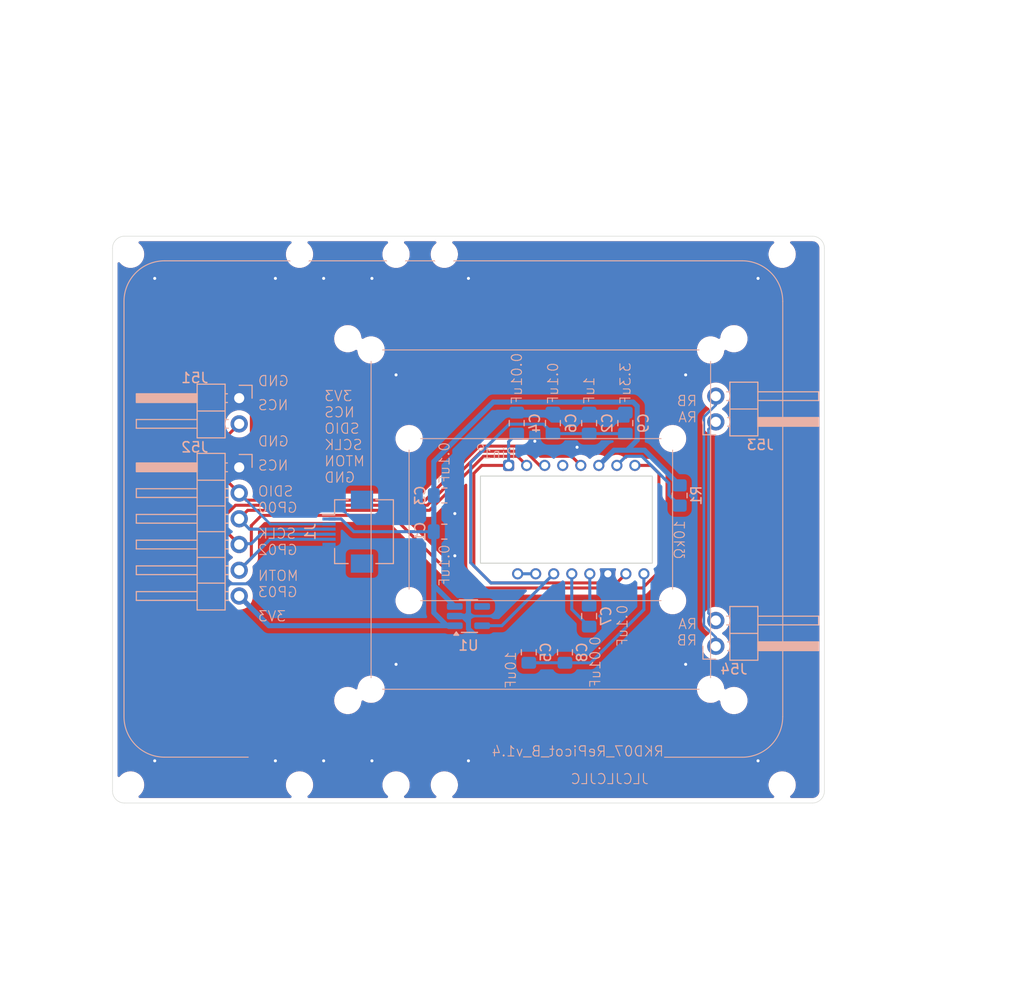
<source format=kicad_pcb>
(kicad_pcb (version 20241229) (generator "pcbnew") (generator_version "9.0")
  (layers (0 "F.Cu" signal) (2 "B.Cu" signal) (13 "F.Paste" user) (15 "B.Paste" user) (5 "F.SilkS" user "F.Silkscreen") (7 "B.SilkS" user "B.Silkscreen") (1 "F.Mask" user) (3 "B.Mask" user) (25 "Edge.Cuts" user))
  (net 0 "")
  (net 1 "3V3_F")
  (net 2 "GND_F")
  (net 3 "1V9_F")
  (net 4 "Net-(U2-+VCSEL)")
  (net 5 "Net-(U2-VCP)")
  (net 6 "Net-(U2-CP)")
  (net 7 "Net-(U2-CN)")
  (net 8 "NCS_F")
  (net 10 "GP03_MOSI_F")
  (net 11 "GP00_MISO_F")
  (net 12 "GP02_SCLK_F")
  (net 13 "Net-(U2-NRESET)")
  (net 15 "Net-(U2--VCSEL)")
  (net 16 "GP04_F")
  (net 17 "GP07_F")
  (footprint "kbd_Hole:m2_Screw_Hole" (layer "F.Cu") (at 145.25625 52.3875)
    (property "Reference" "Ref**")
    (property "Value" "Val**")
    (pad "" np_thru_hole circle (at 0 0) (size 2.2 2.2) (drill 2.2) (layers "*.Cu" "*.Mask"))
  )
  (footprint "kbd_Hole:m2_Screw_Hole" (layer "F.Cu") (at 145.25625 104.775)
    (property "Reference" "Ref**")
    (property "Value" "Val**")
    (pad "" np_thru_hole circle (at 0 0) (size 2.2 2.2) (drill 2.2) (layers "*.Cu" "*.Mask"))
  )
  (footprint "kbd_Hole:m2_Screw_Hole" (layer "F.Cu") (at 80.9625 52.3875)
    (property "Reference" "Ref**")
    (property "Value" "Val**")
    (pad "" np_thru_hole circle (at 0 0) (size 2.2 2.2) (drill 2.2) (layers "*.Cu" "*.Mask"))
  )
  (footprint "kbd_Hole:m2_Screw_Hole" (layer "F.Cu") (at 102.393644 60.722025)
    (property "Reference" "Ref**")
    (property "Value" "Val**")
    (pad "" np_thru_hole circle (at 0 0) (size 2.2 2.2) (drill 2.2) (layers "*.Cu" "*.Mask"))
  )
  (footprint "kbd_Hole:m2_Screw_Hole" (layer "F.Cu") (at 140.49375 96.440625)
    (property "Reference" "Ref**")
    (property "Value" "Val**")
    (pad "" np_thru_hole circle (at 0 0) (size 2.2 2.2) (drill 2.2) (layers "*.Cu" "*.Mask"))
  )
  (footprint "kbd_Hole:m2_Screw_Hole" (layer "F.Cu") (at 107.15625 104.775)
    (property "Reference" "Ref**")
    (property "Value" "Val**")
    (pad "" np_thru_hole circle (at 0 0) (size 2.2 2.2) (drill 2.2) (layers "*.Cu" "*.Mask"))
  )
  (footprint "kbd_Hole:m2_Screw_Hole" (layer "F.Cu") (at 80.9625 104.775)
    (property "Reference" "Ref**")
    (property "Value" "Val**")
    (pad "" np_thru_hole circle (at 0 0) (size 2.2 2.2) (drill 2.2) (layers "*.Cu" "*.Mask"))
  )
  (footprint "kbd_Hole:m2_Screw_Hole" (layer "F.Cu") (at 107.15625 52.3875 180)
    (property "Reference" "Ref**")
    (property "Value" "Val**")
    (pad "" np_thru_hole circle (at 0 0 180) (size 2.2 2.2) (drill 2.2) (layers "*.Cu" "*.Mask"))
  )
  (footprint "kbd_Hole:m2_Screw_Hole" (layer "F.Cu") (at 111.91875 52.3875 180)
    (property "Reference" "Ref**")
    (property "Value" "Val**")
    (pad "" np_thru_hole circle (at 0 0 180) (size 2.2 2.2) (drill 2.2) (layers "*.Cu" "*.Mask"))
  )
  (footprint "kbd_Hole:m2_Screw_Hole" (layer "F.Cu") (at 97.63115 104.775)
    (property "Reference" "Ref**")
    (property "Value" "Val**")
    (pad "" np_thru_hole circle (at 0 0) (size 2.2 2.2) (drill 2.2) (layers "*.Cu" "*.Mask"))
  )
  (footprint "kbd_Hole:m2_Screw_Hole" (layer "F.Cu") (at 111.91875 104.775)
    (property "Reference" "Ref**")
    (property "Value" "Val**")
    (pad "" np_thru_hole circle (at 0 0) (size 2.2 2.2) (drill 2.2) (layers "*.Cu" "*.Mask"))
  )
  (footprint "kbd_Hole:m2_Screw_Hole" (layer "F.Cu") (at 97.63125 52.3875)
    (property "Reference" "Ref**")
    (property "Value" "Val**")
    (pad "" np_thru_hole circle (at 0 0) (size 2.2 2.2) (drill 2.2) (layers "*.Cu" "*.Mask"))
  )
  (footprint "kbd_Hole:m2_Screw_Hole" (layer "F.Cu") (at 140.49375 60.721875)
    (property "Reference" "Ref**")
    (property "Value" "Val**")
    (pad "" np_thru_hole circle (at 0 0) (size 2.2 2.2) (drill 2.2) (layers "*.Cu" "*.Mask"))
  )
  (footprint "kbd_Hole:m2_Screw_Hole" (layer "F.Cu") (at 102.393988 96.440804)
    (property "Reference" "Ref**")
    (property "Value" "Val**")
    (pad "" np_thru_hole circle (at 0 0) (size 2.2 2.2) (drill 2.2) (layers "*.Cu" "*.Mask"))
  )
  (footprint "Rikkodo_FootPrint:PMW3610DM-SUDU" (layer "F.Cu") (at 121.443648 78.581184)
    (property "Reference" "U2" (hide yes))
    (property "Value" "PMW3610DM-SUDU")
    (fp_rect (start -5.96 -4.3) (end 11 4.3) (stroke (width 0.1)) (fill no) (layer "Edge.Cuts"))
    (pad "1" thru_hole roundrect (at -3.18 -5.35) (size 1.1 1.1) (drill 0.7) (layers "*.Cu" "*.Mask") (roundrect_rratio 0.2272727273) (net 4 "Net-(U2-+VCSEL)"))
    (pad "2" thru_hole circle (at -1.4 -5.35) (size 1.1 1.1) (drill 0.7) (layers "*.Cu" "*.Mask") (net 11 "GP00_MISO_F"))
    (pad "3" thru_hole circle (at 0.38 -5.35) (size 1.1 1.1) (drill 0.7) (layers "*.Cu" "*.Mask") (net 12 "GP02_SCLK_F"))
    (pad "4" thru_hole circle (at 2.16 -5.35) (size 1.1 1.1) (drill 0.7) (layers "*.Cu" "*.Mask"))
    (pad "5" thru_hole circle (at 3.94 -5.35) (size 1.1 1.1) (drill 0.7) (layers "*.Cu" "*.Mask") (net 8 "NCS_F"))
    (pad "6" thru_hole circle (at 5.72 -5.35) (size 1.1 1.1) (drill 0.7) (layers "*.Cu" "*.Mask") (net 1 "3V3_F"))
    (pad "7" thru_hole circle (at 7.5 -5.35) (size 1.1 1.1) (drill 0.7) (layers "*.Cu" "*.Mask") (net 13 "Net-(U2-NRESET)"))
    (pad "8" thru_hole circle (at 9.28 -5.35) (size 1.1 1.1) (drill 0.7) (layers "*.Cu" "*.Mask") (net 10 "GP03_MOSI_F"))
    (pad "9" thru_hole circle (at 10.17 5.35) (size 1.1 1.1) (drill 0.7) (layers "*.Cu" "*.Mask") (net 5 "Net-(U2-VCP)"))
    (pad "10" thru_hole circle (at 8.39 5.35) (size 1.1 1.1) (drill 0.7) (layers "*.Cu" "*.Mask") (net 4 "Net-(U2-+VCSEL)"))
    (pad "11" thru_hole circle (at 6.61 5.35) (size 1.1 1.1) (drill 0.7) (layers "*.Cu" "*.Mask") (net 2 "GND_F"))
    (pad "12" thru_hole circle (at 4.83 5.35) (size 1.1 1.1) (drill 0.7) (layers "*.Cu" "*.Mask") (net 6 "Net-(U2-CP)"))
    (pad "13" thru_hole circle (at 3.05 5.35) (size 1.1 1.1) (drill 0.7) (layers "*.Cu" "*.Mask") (net 7 "Net-(U2-CN)"))
    (pad "14" thru_hole circle (at 1.27 5.35) (size 1.1 1.1) (drill 0.7) (layers "*.Cu" "*.Mask") (net 3 "1V9_F"))
    (pad "15" thru_hole circle (at -0.51 5.35) (size 1.1 1.1) (drill 0.7) (layers "*.Cu" "*.Mask") (net 15 "Net-(U2--VCSEL)"))
    (pad "16" thru_hole circle (at -2.29 5.35) (size 1.1 1.1) (drill 0.7) (layers "*.Cu" "*.Mask") (net 15 "Net-(U2--VCSEL)"))
  )
  (footprint "Capacitor_SMD:C_0805_2012Metric_Pad1.18x1.45mm_HandSolder" (layer "B.Cu") (at 126.20625 69.05625 90)
    (property "Reference" "C2" (at 0.000058 1.78583 90) (layer "B.SilkS") (effects (justify mirror)))
    (property "Value" "1uF")
    (fp_line (start -0.261252 -0.735) (end 0.261252 -0.735) (stroke (width 0.12)) (layer "B.SilkS"))
    (fp_line (start -0.261252 0.735) (end 0.261252 0.735) (stroke (width 0.12)) (layer "B.SilkS"))
    (pad "1" smd roundrect (at -1.0375 0 90) (size 1.175 1.45) (layers "B.Cu" "B.Mask" "B.Paste") (roundrect_rratio 0.212766) (net 3 "1V9_F"))
    (pad "2" smd roundrect (at 1.0375 0 90) (size 1.175 1.45) (layers "B.Cu" "B.Mask" "B.Paste") (roundrect_rratio 0.212766) (net 2 "GND_F"))
  )
  (footprint "Capacitor_SMD:C_0805_2012Metric_Pad1.18x1.45mm_HandSolder" (layer "B.Cu") (at 111.918844 76.200064)
    (property "Reference" "C3" (at -2.381344 -0.000064 90) (layer "B.SilkS") (effects (justify mirror)))
    (property "Value" "0.1uF X7R")
    (fp_line (start -0.261252 -0.735) (end 0.261252 -0.735) (stroke (width 0.12)) (layer "B.SilkS"))
    (fp_line (start -0.261252 0.735) (end 0.261252 0.735) (stroke (width 0.12)) (layer "B.SilkS"))
    (pad "1" smd roundrect (at -1.0375 0) (size 1.175 1.45) (layers "B.Cu" "B.Mask" "B.Paste") (roundrect_rratio 0.212766) (net 1 "3V3_F"))
    (pad "2" smd roundrect (at 1.0375 0) (size 1.175 1.45) (layers "B.Cu" "B.Mask" "B.Paste") (roundrect_rratio 0.212766) (net 2 "GND_F"))
  )
  (footprint "Capacitor_SMD:C_0805_2012Metric_Pad1.18x1.45mm_HandSolder" (layer "B.Cu") (at 111.918844 79.772006)
    (property "Reference" "C1" (at -2.381344 0 90) (layer "B.SilkS") (effects (justify mirror)))
    (property "Value" "0.1uF X7R")
    (fp_line (start -0.261252 -0.735) (end 0.261252 -0.735) (stroke (width 0.12)) (layer "B.SilkS"))
    (fp_line (start -0.261252 0.735) (end 0.261252 0.735) (stroke (width 0.12)) (layer "B.SilkS"))
    (pad "1" smd roundrect (at -1.0375 0) (size 1.175 1.45) (layers "B.Cu" "B.Mask" "B.Paste") (roundrect_rratio 0.212766) (net 1 "3V3_F"))
    (pad "2" smd roundrect (at 1.0375 0) (size 1.175 1.45) (layers "B.Cu" "B.Mask" "B.Paste") (roundrect_rratio 0.212766) (net 2 "GND_F"))
  )
  (footprint "Connector_PinHeader_2.54mm:PinHeader_1x02_P2.54mm_Horizontal" (layer "B.Cu") (at 138.707929 68.933485)
    (property "Reference" "J53" (at 4.385 2.27 0) (layer "B.SilkS") (effects (justify mirror)))
    (property "Value" "Conn_01x02_Socket")
    (fp_line (start -1.27 0) (end -1.27 1.27) (stroke (width 0.12)) (layer "B.SilkS"))
    (fp_line (start -1.27 1.27) (end 0 1.27) (stroke (width 0.12)) (layer "B.SilkS"))
    (fp_line (start 1.077358 -2.97) (end 1.39 -2.97) (stroke (width 0.12)) (layer "B.SilkS"))
    (fp_line (start 1.077358 -2.11) (end 1.39 -2.11) (stroke (width 0.12)) (layer "B.SilkS"))
    (fp_line (start 1.16 -0.43) (end 1.39 -0.43) (stroke (width 0.12)) (layer "B.SilkS"))
    (fp_line (start 1.16 0.43) (end 1.39 0.43) (stroke (width 0.12)) (layer "B.SilkS"))
    (fp_line (start 1.39 -3.92) (end 4.15 -3.92) (stroke (width 0.12)) (layer "B.SilkS"))
    (fp_line (start 1.39 -1.27) (end 4.15 -1.27) (stroke (width 0.12)) (layer "B.SilkS"))
    (fp_line (start 1.39 1.38) (end 1.39 -3.92) (stroke (width 0.12)) (layer "B.SilkS"))
    (fp_line (start 4.15 -3.92) (end 4.15 1.38) (stroke (width 0.12)) (layer "B.SilkS"))
    (fp_line (start 4.15 -2.11) (end 10.15 -2.11) (stroke (width 0.12)) (layer "B.SilkS"))
    (fp_line (start 4.15 1.38) (end 1.39 1.38) (stroke (width 0.12)) (layer "B.SilkS"))
    (fp_line (start 10.15 -2.97) (end 4.15 -2.97) (stroke (width 0.12)) (layer "B.SilkS"))
    (fp_line (start 10.15 -2.11) (end 10.15 -2.97) (stroke (width 0.12)) (layer "B.SilkS"))
    (fp_rect (start 4.15 0.43) (end 10.15 -0.43) (stroke (width 0.12)) (fill yes) (layer "B.SilkS"))
    (pad "1" thru_hole circle (at 0 0) (size 1.7 1.7) (drill 1) (layers "*.Cu" "*.Mask") (net 16 "GP04_F"))
    (pad "2" thru_hole circle (at 0 -2.54) (size 1.7 1.7) (drill 1) (layers "*.Cu" "*.Mask") (net 17 "GP07_F"))
  )
  (footprint "Capacitor_SMD:C_0805_2012Metric_Pad1.18x1.45mm_HandSolder" (layer "B.Cu") (at 123.825 91.678125 90)
    (property "Reference" "C8" (at 0 1.68 90) (layer "B.SilkS") (effects (justify mirror)))
    (property "Value" "0.01uF X7R")
    (fp_line (start -0.261252 -0.735) (end 0.261252 -0.735) (stroke (width 0.12)) (layer "B.SilkS"))
    (fp_line (start -0.261252 0.735) (end 0.261252 0.735) (stroke (width 0.12)) (layer "B.SilkS"))
    (pad "1" smd roundrect (at -1.0375 0 90) (size 1.175 1.45) (layers "B.Cu" "B.Mask" "B.Paste") (roundrect_rratio 0.212766) (net 5 "Net-(U2-VCP)"))
    (pad "2" smd roundrect (at 1.0375 0 90) (size 1.175 1.45) (layers "B.Cu" "B.Mask" "B.Paste") (roundrect_rratio 0.212766) (net 2 "GND_F"))
  )
  (footprint "Capacitor_SMD:C_0805_2012Metric_Pad1.18x1.45mm_HandSolder" (layer "B.Cu") (at 120.253125 91.678125 90)
    (property "Reference" "C5" (at 0 1.68 90) (layer "B.SilkS") (effects (justify mirror)))
    (property "Value" "10uF X7R")
    (fp_line (start -0.261252 -0.735) (end 0.261252 -0.735) (stroke (width 0.12)) (layer "B.SilkS"))
    (fp_line (start -0.261252 0.735) (end 0.261252 0.735) (stroke (width 0.12)) (layer "B.SilkS"))
    (pad "1" smd roundrect (at -1.0375 0 90) (size 1.175 1.45) (layers "B.Cu" "B.Mask" "B.Paste") (roundrect_rratio 0.212766) (net 5 "Net-(U2-VCP)"))
    (pad "2" smd roundrect (at 1.0375 0 90) (size 1.175 1.45) (layers "B.Cu" "B.Mask" "B.Paste") (roundrect_rratio 0.212766) (net 2 "GND_F"))
  )
  (footprint "Connector_PinHeader_2.54mm:PinHeader_1x02_P2.54mm_Horizontal" (layer "B.Cu") (at 91.67828 66.590682 180)
    (property "Reference" "J51" (at 4.385 1.99933 0) (layer "B.SilkS") (effects (justify mirror)))
    (property "Value" "Conn_01x02_Socket")
    (fp_line (start 10.15 -2.11) (end 10.15 -2.97) (stroke (width 0.12)) (layer "B.SilkS"))
    (fp_line (start 10.15 -2.97) (end 4.15 -2.97) (stroke (width 0.12)) (layer "B.SilkS"))
    (fp_line (start 4.15 1.38) (end 1.39 1.38) (stroke (width 0.12)) (layer "B.SilkS"))
    (fp_line (start 4.15 -2.11) (end 10.15 -2.11) (stroke (width 0.12)) (layer "B.SilkS"))
    (fp_line (start 4.15 -3.92) (end 4.15 1.38) (stroke (width 0.12)) (layer "B.SilkS"))
    (fp_line (start 1.39 1.38) (end 1.39 -3.92) (stroke (width 0.12)) (layer "B.SilkS"))
    (fp_line (start 1.39 -1.27) (end 4.15 -1.27) (stroke (width 0.12)) (layer "B.SilkS"))
    (fp_line (start 1.39 -3.92) (end 4.15 -3.92) (stroke (width 0.12)) (layer "B.SilkS"))
    (fp_line (start 1.16 0.43) (end 1.39 0.43) (stroke (width 0.12)) (layer "B.SilkS"))
    (fp_line (start 1.16 -0.43) (end 1.39 -0.43) (stroke (width 0.12)) (layer "B.SilkS"))
    (fp_line (start 1.077358 -2.11) (end 1.39 -2.11) (stroke (width 0.12)) (layer "B.SilkS"))
    (fp_line (start 1.077358 -2.97) (end 1.39 -2.97) (stroke (width 0.12)) (layer "B.SilkS"))
    (fp_line (start -1.27 1.27) (end 0 1.27) (stroke (width 0.12)) (layer "B.SilkS"))
    (fp_line (start -1.27 0) (end -1.27 1.27) (stroke (width 0.12)) (layer "B.SilkS"))
    (fp_rect (start 4.15 0.43) (end 10.15 -0.43) (stroke (width 0.12)) (fill yes) (layer "B.SilkS"))
    (pad "1" thru_hole rect (at 0 0 180) (size 1.7 1.7) (drill 1) (layers "*.Cu" "*.Mask") (net 2 "GND_F"))
    (pad "2" thru_hole circle (at 0 -2.54 180) (size 1.7 1.7) (drill 1) (layers "*.Cu" "*.Mask") (net 8 "NCS_F"))
  )
  (footprint "Capacitor_SMD:C_0805_2012Metric_Pad1.18x1.45mm_HandSolder" (layer "B.Cu") (at 122.634375 69.05625 90)
    (property "Reference" "C6" (at 0.000058 1.785833 90) (layer "B.SilkS") (effects (justify mirror)))
    (property "Value" "0.1uF X7R")
    (fp_line (start -0.261252 -0.735) (end 0.261252 -0.735) (stroke (width 0.12)) (layer "B.SilkS"))
    (fp_line (start -0.261252 0.735) (end 0.261252 0.735) (stroke (width 0.12)) (layer "B.SilkS"))
    (pad "1" smd roundrect (at -1.0375 0 90) (size 1.175 1.45) (layers "B.Cu" "B.Mask" "B.Paste") (roundrect_rratio 0.212766) (net 3 "1V9_F"))
    (pad "2" smd roundrect (at 1.0375 0 90) (size 1.175 1.45) (layers "B.Cu" "B.Mask" "B.Paste") (roundrect_rratio 0.212766) (net 2 "GND_F"))
  )
  (footprint "Package_TO_SOT_SMD:SOT-23-5_HandSoldering" (layer "B.Cu") (at 114.3 88.10625)
    (property "Reference" "U1" (at 0 2.9 0) (layer "B.SilkS") (effects (justify mirror)))
    (property "Value" "TLV70019DDCR")
    (fp_line (start -0.9 -1.61) (end 0.9 -1.61) (stroke (width 0.12)) (layer "B.SilkS"))
    (fp_line (start 0.1 1.61) (end -0.7 1.61) (stroke (width 0.12)) (layer "B.SilkS"))
    (fp_line (start 0.1 1.61) (end 0.9 1.61) (stroke (width 0.12)) (layer "B.SilkS"))
    (fp_poly (pts (xy -1.2 1.56) (xy -1.44 1.89) (xy -0.96 1.89) (xy -1.2 1.56)) (stroke (width 0.12)) (fill yes) (layer "B.SilkS"))
    (pad "1" smd roundrect (at -1.35 0.95) (size 1.56 0.65) (layers "B.Cu" "B.Mask" "B.Paste") (net 1 "3V3_F"))
    (pad "2" smd roundrect (at -1.35 0) (size 1.56 0.65) (layers "B.Cu" "B.Mask" "B.Paste") (net 2 "GND_F"))
    (pad "3" smd roundrect (at -1.35 -0.95) (size 1.56 0.65) (layers "B.Cu" "B.Mask" "B.Paste") (net 1 "3V3_F"))
    (pad "4" smd roundrect (at 1.35 -0.95) (size 1.56 0.65) (layers "B.Cu" "B.Mask" "B.Paste"))
    (pad "5" smd roundrect (at 1.35 0.95) (size 1.56 0.65) (layers "B.Cu" "B.Mask" "B.Paste") (net 3 "1V9_F"))
  )
  (footprint "Connector_PinHeader_2.54mm:PinHeader_1x06_P2.54mm_Horizontal" (layer "B.Cu") (at 91.678202 73.421875 180)
    (property "Reference" "J52" (at 4.385 1.984315 0) (layer "B.SilkS") (effects (justify mirror)))
    (property "Value" "Conn_01x06")
    (fp_line (start 10.15 -2.11) (end 10.15 -2.97) (stroke (width 0.12)) (layer "B.SilkS"))
    (fp_line (start 10.15 -2.97) (end 4.15 -2.97) (stroke (width 0.12)) (layer "B.SilkS"))
    (fp_line (start 10.15 -4.65) (end 10.15 -5.51) (stroke (width 0.12)) (layer "B.SilkS"))
    (fp_line (start 10.15 -5.51) (end 4.15 -5.51) (stroke (width 0.12)) (layer "B.SilkS"))
    (fp_line (start 10.15 -7.19) (end 10.15 -8.05) (stroke (width 0.12)) (layer "B.SilkS"))
    (fp_line (start 10.15 -8.05) (end 4.15 -8.05) (stroke (width 0.12)) (layer "B.SilkS"))
    (fp_line (start 10.15 -9.73) (end 10.15 -10.59) (stroke (width 0.12)) (layer "B.SilkS"))
    (fp_line (start 10.15 -10.59) (end 4.15 -10.59) (stroke (width 0.12)) (layer "B.SilkS"))
    (fp_line (start 10.15 -12.27) (end 10.15 -13.13) (stroke (width 0.12)) (layer "B.SilkS"))
    (fp_line (start 10.15 -13.13) (end 4.15 -13.13) (stroke (width 0.12)) (layer "B.SilkS"))
    (fp_line (start 4.15 1.38) (end 1.39 1.38) (stroke (width 0.12)) (layer "B.SilkS"))
    (fp_line (start 4.15 -2.11) (end 10.15 -2.11) (stroke (width 0.12)) (layer "B.SilkS"))
    (fp_line (start 4.15 -4.65) (end 10.15 -4.65) (stroke (width 0.12)) (layer "B.SilkS"))
    (fp_line (start 4.15 -7.19) (end 10.15 -7.19) (stroke (width 0.12)) (layer "B.SilkS"))
    (fp_line (start 4.15 -9.73) (end 10.15 -9.73) (stroke (width 0.12)) (layer "B.SilkS"))
    (fp_line (start 4.15 -12.27) (end 10.15 -12.27) (stroke (width 0.12)) (layer "B.SilkS"))
    (fp_line (start 4.15 -14.08) (end 4.15 1.38) (stroke (width 0.12)) (layer "B.SilkS"))
    (fp_line (start 1.39 1.38) (end 1.39 -14.08) (stroke (width 0.12)) (layer "B.SilkS"))
    (fp_line (start 1.39 -1.27) (end 4.15 -1.27) (stroke (width 0.12)) (layer "B.SilkS"))
    (fp_line (start 1.39 -3.81) (end 4.15 -3.81) (stroke (width 0.12)) (layer "B.SilkS"))
    (fp_line (start 1.39 -6.35) (end 4.15 -6.35) (stroke (width 0.12)) (layer "B.SilkS"))
    (fp_line (start 1.39 -8.89) (end 4.15 -8.89) (stroke (width 0.12)) (layer "B.SilkS"))
    (fp_line (start 1.39 -11.43) (end 4.15 -11.43) (stroke (width 0.12)) (layer "B.SilkS"))
    (fp_line (start 1.39 -14.08) (end 4.15 -14.08) (stroke (width 0.12)) (layer "B.SilkS"))
    (fp_line (start 1.16 0.43) (end 1.39 0.43) (stroke (width 0.12)) (layer "B.SilkS"))
    (fp_line (start 1.16 -0.43) (end 1.39 -0.43) (stroke (width 0.12)) (layer "B.SilkS"))
    (fp_line (start 1.077358 -2.11) (end 1.39 -2.11) (stroke (width 0.12)) (layer "B.SilkS"))
    (fp_line (start 1.077358 -2.97) (end 1.39 -2.97) (stroke (width 0.12)) (layer "B.SilkS"))
    (fp_line (start 1.077358 -4.65) (end 1.39 -4.65) (stroke (width 0.12)) (layer "B.SilkS"))
    (fp_line (start 1.077358 -5.51) (end 1.39 -5.51) (stroke (width 0.12)) (layer "B.SilkS"))
    (fp_line (start 1.077358 -7.19) (end 1.39 -7.19) (stroke (width 0.12)) (layer "B.SilkS"))
    (fp_line (start 1.077358 -8.05) (end 1.39 -8.05) (stroke (width 0.12)) (layer "B.SilkS"))
    (fp_line (start 1.077358 -9.73) (end 1.39 -9.73) (stroke (width 0.12)) (layer "B.SilkS"))
    (fp_line (start 1.077358 -10.59) (end 1.39 -10.59) (stroke (width 0.12)) (layer "B.SilkS"))
    (fp_line (start 1.077358 -12.27) (end 1.39 -12.27) (stroke (width 0.12)) (layer "B.SilkS"))
    (fp_line (start 1.077358 -13.13) (end 1.39 -13.13) (stroke (width 0.12)) (layer "B.SilkS"))
    (fp_line (start -1.27 1.27) (end 0 1.27) (stroke (width 0.12)) (layer "B.SilkS"))
    (fp_line (start -1.27 0) (end -1.27 1.27) (stroke (width 0.12)) (layer "B.SilkS"))
    (fp_rect (start 4.15 0.43) (end 10.15 -0.43) (stroke (width 0.12)) (fill yes) (layer "B.SilkS"))
    (pad "1" thru_hole rect (at 0 0 180) (size 1.7 1.7) (drill 1) (layers "*.Cu" "*.Mask") (net 2 "GND_F"))
    (pad "2" thru_hole circle (at 0 -2.54 180) (size 1.7 1.7) (drill 1) (layers "*.Cu" "*.Mask") (net 8 "NCS_F"))
    (pad "3" thru_hole circle (at 0 -5.08 180) (size 1.7 1.7) (drill 1) (layers "*.Cu" "*.Mask") (net 11 "GP00_MISO_F"))
    (pad "4" thru_hole circle (at 0 -7.62 180) (size 1.7 1.7) (drill 1) (layers "*.Cu" "*.Mask") (net 12 "GP02_SCLK_F"))
    (pad "5" thru_hole circle (at 0 -10.16 180) (size 1.7 1.7) (drill 1) (layers "*.Cu" "*.Mask") (net 10 "GP03_MOSI_F"))
    (pad "6" thru_hole circle (at 0 -12.7 180) (size 1.7 1.7) (drill 1) (layers "*.Cu" "*.Mask") (net 1 "3V3_F"))
  )
  (footprint "Rikkodo_FootPrint:rkd_picot5400_BTM" (layer "B.Cu") (at 121.443648 78.581184)
    (property "Reference" "Picot**" (hide yes))
    (property "Value" "rkd_picot5400_BTM")
    (fp_line (start -16.75 -16.75) (end 16.75 -16.75) (stroke (width 0.1)) (layer "B.SilkS"))
    (fp_line (start -16.75 16.75) (end -16.75 -16.75) (stroke (width 0.1)) (layer "B.SilkS"))
    (fp_line (start -16.75 16.75) (end 16.75 16.75) (stroke (width 0.1)) (layer "B.SilkS"))
    (fp_line (start 16.75 -16.75) (end 16.75 16.75) (stroke (width 0.1)) (layer "B.SilkS"))
    (pad "" np_thru_hole circle (at -16.75 -16.75) (size 2.2 2.2) (drill 2.2) (layers "*.Cu" "*.Mask"))
    (pad "" np_thru_hole circle (at -16.75 16.75) (size 2.2 2.2) (drill 2.2) (layers "*.Cu" "*.Mask"))
    (pad "" np_thru_hole circle (at 16.75 -16.75) (size 2.2 2.2) (drill 2.2) (layers "*.Cu" "*.Mask"))
    (pad "" np_thru_hole circle (at 16.75 16.75) (size 2.2 2.2) (drill 2.2) (layers "*.Cu" "*.Mask"))
  )
  (footprint "Capacitor_SMD:C_0805_2012Metric_Pad1.18x1.45mm_HandSolder" (layer "B.Cu") (at 129.778125 69.05625 90)
    (property "Reference" "C9" (at 0.000058 1.785827 90) (layer "B.SilkS") (effects (justify mirror)))
    (property "Value" "3.3uF/16V")
    (fp_line (start -0.261252 -0.735) (end 0.261252 -0.735) (stroke (width 0.12)) (layer "B.SilkS"))
    (fp_line (start -0.261252 0.735) (end 0.261252 0.735) (stroke (width 0.12)) (layer "B.SilkS"))
    (pad "1" smd roundrect (at -1.0375 0 90) (size 1.175 1.45) (layers "B.Cu" "B.Mask" "B.Paste") (roundrect_rratio 0.212766) (net 3 "1V9_F"))
    (pad "2" smd roundrect (at 1.0375 0 90) (size 1.175 1.45) (layers "B.Cu" "B.Mask" "B.Paste") (roundrect_rratio 0.212766) (net 2 "GND_F"))
  )
  (footprint "Connector_FFC-FPC:Hirose_FH12-6S-0.5SH_1x06-1MP_P0.50mm_Horizontal" (layer "B.Cu") (at 102.39375 79.771875 -90)
    (property "Reference" "J1" (at 0 3.7 90) (layer "B.SilkS") (effects (justify mirror)))
    (property "Value" "Conn_01x06")
    (fp_line (start -3.15 1.3) (end -3.15 -0.04) (stroke (width 0.12)) (layer "B.SilkS"))
    (fp_line (start -1.66 1.3) (end -1.66 2.5) (stroke (width 0.12)) (layer "B.SilkS"))
    (fp_line (start -1.66 1.3) (end -3.15 1.3) (stroke (width 0.12)) (layer "B.SilkS"))
    (fp_line (start 1.66 1.3) (end 3.15 1.3) (stroke (width 0.12)) (layer "B.SilkS"))
    (fp_line (start 3.15 1.3) (end 3.15 -0.04) (stroke (width 0.12)) (layer "B.SilkS"))
    (fp_line (start -3.15 -2.76) (end -3.15 -4.5) (stroke (width 0.12)) (layer "B.SilkS"))
    (fp_line (start -3.15 -4.5) (end 3.15 -4.5) (stroke (width 0.12)) (layer "B.SilkS"))
    (fp_line (start 3.15 -4.5) (end 3.15 -2.76) (stroke (width 0.12)) (layer "B.SilkS"))
    (pad "1" smd rect (at -1.25 1.85 270) (size 0.3 1.3) (layers "B.Cu" "B.Mask" "B.Paste") (net 1 "3V3_F"))
    (pad "2" smd rect (at -0.75 1.85 270) (size 0.3 1.3) (layers "B.Cu" "B.Mask" "B.Paste") (net 8 "NCS_F"))
    (pad "3" smd rect (at -0.25 1.85 270) (size 0.3 1.3) (layers "B.Cu" "B.Mask" "B.Paste") (net 11 "GP00_MISO_F"))
    (pad "4" smd rect (at 0.25 1.85 270) (size 0.3 1.3) (layers "B.Cu" "B.Mask" "B.Paste") (net 12 "GP02_SCLK_F"))
    (pad "5" smd rect (at 0.75 1.85 270) (size 0.3 1.3) (layers "B.Cu" "B.Mask" "B.Paste") (net 10 "GP03_MOSI_F"))
    (pad "6" smd rect (at 1.25 1.85 270) (size 0.3 1.3) (layers "B.Cu" "B.Mask" "B.Paste") (net 2 "GND_F"))
    (pad "MP" smd rect (at -3.15 -1.4 270) (size 1.8 2.2) (layers "B.Cu" "B.Mask" "B.Paste"))
    (pad "MP" smd rect (at 3.15 -1.4 270) (size 1.8 2.2) (layers "B.Cu" "B.Mask" "B.Paste"))
  )
  (footprint "Capacitor_SMD:C_0805_2012Metric_Pad1.18x1.45mm_HandSolder" (layer "B.Cu") (at 126.20625 88.10625 90)
    (property "Reference" "C7" (at 0 1.68 90) (layer "B.SilkS") (effects (justify mirror)))
    (property "Value" "0.1uF X7R")
    (fp_line (start -0.261252 -0.735) (end 0.261252 -0.735) (stroke (width 0.12)) (layer "B.SilkS"))
    (fp_line (start -0.261252 0.735) (end 0.261252 0.735) (stroke (width 0.12)) (layer "B.SilkS"))
    (pad "1" smd roundrect (at -1.0375 0 90) (size 1.175 1.45) (layers "B.Cu" "B.Mask" "B.Paste") (roundrect_rratio 0.212766) (net 7 "Net-(U2-CN)"))
    (pad "2" smd roundrect (at 1.0375 0 90) (size 1.175 1.45) (layers "B.Cu" "B.Mask" "B.Paste") (roundrect_rratio 0.212766) (net 6 "Net-(U2-CP)"))
  )
  (footprint "Connector_PinHeader_2.54mm:PinHeader_1x02_P2.54mm_Horizontal" (layer "B.Cu") (at 138.707929 91.082889)
    (property "Reference" "J54" (at 1.785939 2.27 0) (layer "B.SilkS") (effects (justify mirror)))
    (property "Value" "Conn_01x02_Socket")
    (fp_line (start -1.27 0) (end -1.27 1.27) (stroke (width 0.12)) (layer "B.SilkS"))
    (fp_line (start -1.27 1.27) (end 0 1.27) (stroke (width 0.12)) (layer "B.SilkS"))
    (fp_line (start 1.077358 -2.97) (end 1.39 -2.97) (stroke (width 0.12)) (layer "B.SilkS"))
    (fp_line (start 1.077358 -2.11) (end 1.39 -2.11) (stroke (width 0.12)) (layer "B.SilkS"))
    (fp_line (start 1.16 -0.43) (end 1.39 -0.43) (stroke (width 0.12)) (layer "B.SilkS"))
    (fp_line (start 1.16 0.43) (end 1.39 0.43) (stroke (width 0.12)) (layer "B.SilkS"))
    (fp_line (start 1.39 -3.92) (end 4.15 -3.92) (stroke (width 0.12)) (layer "B.SilkS"))
    (fp_line (start 1.39 -1.27) (end 4.15 -1.27) (stroke (width 0.12)) (layer "B.SilkS"))
    (fp_line (start 1.39 1.38) (end 1.39 -3.92) (stroke (width 0.12)) (layer "B.SilkS"))
    (fp_line (start 4.15 -3.92) (end 4.15 1.38) (stroke (width 0.12)) (layer "B.SilkS"))
    (fp_line (start 4.15 -2.11) (end 10.15 -2.11) (stroke (width 0.12)) (layer "B.SilkS"))
    (fp_line (start 4.15 1.38) (end 1.39 1.38) (stroke (width 0.12)) (layer "B.SilkS"))
    (fp_line (start 10.15 -2.97) (end 4.15 -2.97) (stroke (width 0.12)) (layer "B.SilkS"))
    (fp_line (start 10.15 -2.11) (end 10.15 -2.97) (stroke (width 0.12)) (layer "B.SilkS"))
    (fp_rect (start 4.15 0.43) (end 10.15 -0.43) (stroke (width 0.12)) (fill yes) (layer "B.SilkS"))
    (pad "1" thru_hole circle (at 0 0) (size 1.7 1.7) (drill 1) (layers "*.Cu" "*.Mask") (net 17 "GP07_F"))
    (pad "2" thru_hole circle (at 0 -2.54) (size 1.7 1.7) (drill 1) (layers "*.Cu" "*.Mask") (net 16 "GP04_F"))
  )
  (footprint "Resistor_SMD:R_0805_2012Metric_Pad1.20x1.40mm_HandSolder" (layer "B.Cu") (at 135.136051 76.2 90)
    (property "Reference" "R1" (at 0 1.65 90) (layer "B.SilkS") (effects (justify mirror)))
    (property "Value" "10k")
    (fp_line (start -0.227064 -0.735) (end 0.227064 -0.735) (stroke (width 0.12)) (layer "B.SilkS"))
    (fp_line (start -0.227064 0.735) (end 0.227064 0.735) (stroke (width 0.12)) (layer "B.SilkS"))
    (pad "1" smd roundrect (at -1 0 90) (size 1.2 1.4) (layers "B.Cu" "B.Mask" "B.Paste") (roundrect_rratio 0.208333) (net 13 "Net-(U2-NRESET)"))
    (pad "2" smd roundrect (at 1 0 90) (size 1.2 1.4) (layers "B.Cu" "B.Mask" "B.Paste") (roundrect_rratio 0.208333) (net 1 "3V3_F"))
  )
  (footprint "Capacitor_SMD:C_0805_2012Metric_Pad1.18x1.45mm_HandSolder" (layer "B.Cu") (at 119.0625 69.05625 90)
    (property "Reference" "C4" (at 0.000058 1.785836 90) (layer "B.SilkS") (effects (justify mirror)))
    (property "Value" "0.01uF X7R")
    (fp_line (start -0.261252 -0.735) (end 0.261252 -0.735) (stroke (width 0.12)) (layer "B.SilkS"))
    (fp_line (start -0.261252 0.735) (end 0.261252 0.735) (stroke (width 0.12)) (layer "B.SilkS"))
    (pad "1" smd roundrect (at -1.0375 0 90) (size 1.175 1.45) (layers "B.Cu" "B.Mask" "B.Paste") (roundrect_rratio 0.212766) (net 4 "Net-(U2-+VCSEL)"))
    (pad "2" smd roundrect (at 1.0375 0 90) (size 1.175 1.45) (layers "B.Cu" "B.Mask" "B.Paste") (roundrect_rratio 0.212766) (net 2 "GND_F"))
  )
  (footprint "Rikkodo_FootPrint:rkd_sumi_foot" (layer "B.Cu") (at 121.443852 78.581316)
    (property "Reference" "REF**" (hide yes))
    (property "Value" "rkd_sumi_foot" (hide yes))
    (fp_rect (start -13 8) (end 13 -8) (stroke (width 0.1)) (fill no) (layer "B.SilkS"))
    (pad "" np_thru_hole circle (at -13 -8) (size 2.2 2.2) (drill 2.2) (layers "*.Cu" "*.Mask"))
    (pad "" np_thru_hole circle (at -13 8) (size 2.2 2.2) (drill 2.2) (layers "*.Cu" "*.Mask"))
    (pad "" np_thru_hole circle (at 13 -8) (size 2.2 2.2) (drill 2.2) (layers "*.Cu" "*.Mask"))
    (pad "" np_thru_hole circle (at 13 8) (size 2.2 2.2) (drill 2.2) (layers "*.Cu" "*.Mask"))
  )
  (gr_arc (start 84.311814 102.032873) (mid 81.483387 100.8613) (end 80.311814 98.032873) (stroke (width 0.1)) (layer "B.SilkS"))
  (gr_arc (start 145.31 98.04) (mid 144.138427 100.868427) (end 141.31 102.04) (stroke (width 0.1)) (layer "B.SilkS"))
  (gr_line (start 84.3118 102.032873) (end 92.571016 102.032873) (stroke (width 0.1)) (layer "B.SilkS"))
  (gr_arc (start 80.311814 57.032873) (mid 81.483397 54.204468) (end 84.311814 53.032873) (stroke (width 0.1)) (layer "B.SilkS"))
  (gr_circle (center 115.490722 71.4375) (end 115.788378 71.4375) (stroke (width 0.1)) (fill no) (layer "B.SilkS"))
  (gr_line (start 133.647544 102.04) (end 141.29 102.04) (stroke (width 0.1)) (layer "B.SilkS"))
  (gr_line (start 145.311814 57.032873) (end 145.311814 98.032873) (stroke (width 0.1)) (layer "B.SilkS"))
  (gr_line (start 84.311814 53.032873) (end 141.311815 53.032874) (stroke (width 0.1)) (layer "B.SilkS"))
  (gr_line (start 80.311814 98.032873) (end 80.311814 57.032873) (stroke (width 0.1)) (layer "B.SilkS"))
  (gr_arc (start 141.311815 53.032874) (mid 144.140241 54.20445) (end 145.311814 57.032873) (stroke (width 0.1)) (layer "B.SilkS"))
  (gr_arc (start 149.42367 105.370529) (mid 149.070442 106.216896) (end 148.220367 106.561103) (stroke (width 0.05)) (layer "Edge.Cuts"))
  (gr_arc (start 80.367255 106.561027) (mid 79.525376 106.212283) (end 79.176631 105.370403) (stroke (width 0.05)) (layer "Edge.Cuts"))
  (gr_arc (start 148.232963 50.601615) (mid 149.074842 50.950359) (end 149.423587 51.792239) (stroke (width 0.05)) (layer "Edge.Cuts"))
  (gr_line (start 148.219997 106.5611) (end 80.367255 106.561027) (stroke (width 0.05)) (layer "Edge.Cuts"))
  (gr_arc (start 79.176631 51.792229) (mid 79.525375 50.95035) (end 80.367255 50.601605) (stroke (width 0.05)) (layer "Edge.Cuts"))
  (gr_line (start 149.422426 51.792686) (end 149.423563 105.370401) (stroke (width 0.05)) (layer "Edge.Cuts"))
  (gr_line (start 80.367255 50.601605) (end 148.232963 50.601605) (stroke (width 0.05)) (layer "Edge.Cuts"))
  (gr_line (start 79.176629 51.792229) (end 79.176631 105.37034) (stroke (width 0.05)) (layer "Edge.Cuts"))
  (gr_text "0.1uF" (at 123.229584 67.270256 90) (layer "B.SilkS") (effects (font (size 1 1) (thickness 0.1)) (justify right bottom mirror)))
  (gr_text "3V3" (at 93.464141 88.701637 0) (layer "B.SilkS") (effects (font (size 1 1) (thickness 0.1)) (justify right bottom mirror)))
  (gr_text "GND" (at 93.464141 65.48443 0) (layer "B.SilkS") (effects (font (size 1 1) (thickness 0.1)) (justify right bottom mirror)))
  (gr_text "0.01uF" (at 127.396982 95.25008 90) (layer "B.SilkS") (effects (font (size 1 1) (thickness 0.1)) (justify right bottom mirror)))
  (gr_text "RB\nRA\n" (at 136.921875 69.056308 0) (layer "B.SilkS") (effects (font (size 1 1) (thickness 0.1)) (justify left bottom mirror)))
  (gr_text "10uF" (at 119.0626 95.331184 90) (layer "B.SilkS") (effects (font (size 1 1) (thickness 0.1)) (justify right bottom mirror)))
  (gr_text "SDIO\nGP00" (at 93.464141 77.986003 0) (layer "B.SilkS") (effects (font (size 1 1) (thickness 0.1)) (justify right bottom mirror)))
  (gr_text "3V3\nNCS\nSDIO\nSCLK\nMTON\nGND" (at 100.0125 75.009375 0) (layer "B.SilkS") (effects (font (size 1 1) (thickness 0.1)) (justify right bottom mirror)))
  (gr_text "0.1uF" (at 112.513968 80.962432 90) (layer "B.SilkS") (effects (font (size 1 1) (thickness 0.1)) (justify left bottom mirror)))
  (gr_text "0.01uF" (at 119.657913 67.270369 90) (layer "B.SilkS") (effects (font (size 1 1) (thickness 0.1)) (justify right bottom mirror)))
  (gr_text "0.1uF" (at 112.513968 70.842128 90) (layer "B.SilkS") (effects (font (size 1 1) (thickness 0.1)) (justify left bottom mirror)))
  (gr_text "JLCJLCJLC" (at 132.159375 104.775 0) (layer "B.SilkS") (effects (font (size 1 1) (thickness 0.1)) (justify left bottom mirror)))
  (gr_text "Pin1" (at 119.0626 72.628186 0) (layer "B.SilkS") (effects (font (size 1 1) (thickness 0.1)) (justify left bottom mirror)))
  (gr_text "1uF" (at 126.801456 67.270256 90) (layer "B.SilkS") (effects (font (size 1 1) (thickness 0.1)) (justify right bottom mirror)))
  (gr_text "NCS" (at 93.464141 67.865682 0) (layer "B.SilkS") (effects (font (size 1 1) (thickness 0.1)) (justify right bottom mirror)))
  (gr_text "10kΩ" (at 135.731364 78.581316 90) (layer "B.SilkS") (effects (font (size 1 1) (thickness 0.1)) (justify left bottom mirror)))
  (gr_text "SCLK\nGP02" (at 93.464141 82.153194 0) (layer "B.SilkS") (effects (font (size 1 1) (thickness 0.1)) (justify right bottom mirror)))
  (gr_text "RKD07_RePicot_B_v1.4\n" (at 133.647544 102.04 0) (layer "B.SilkS") (effects (font (size 1 1) (thickness 0.1)) (justify left bottom mirror)))
  (gr_text "MOTN\nGP03" (at 93.464141 86.320385 0) (layer "B.SilkS") (effects (font (size 1 1) (thickness 0.1)) (justify right bottom mirror)))
  (gr_text "RA\nRB" (at 136.921875 91.082889 0) (layer "B.SilkS") (effects (font (size 1 1) (thickness 0.1)) (justify left bottom mirror)))
  (gr_text "3.3uF" (at 130.373547 67.270369 90) (layer "B.SilkS") (effects (font (size 1 1) (thickness 0.1)) (justify right bottom mirror)))
  (gr_text "0.1uF" (at 130.075672 86.915552 90) (layer "B.SilkS") (effects (font (size 1 1) (thickness 0.1)) (justify left bottom mirror)))
  (gr_text "NCS" (at 93.464141 73.818812 0) (layer "B.SilkS") (effects (font (size 1 1) (thickness 0.1)) (justify right bottom mirror)))
  (gr_text "GND" (at 93.464141 71.43756 0) (layer "B.SilkS") (effects (font (size 1 1) (thickness 0.1)) (justify right bottom mirror)))
  (segment (start 130.954125 70.728542) (end 130.954125 67.383958) (width 0.5) (layer "B.Cu") (net 1))
  (segment (start 102.989213 79.772006) (end 110.881344 79.772006) (width 0.3) (layer "B.Cu") (net 1))
  (segment (start 110.881344 85.087594) (end 110.881344 87.767593) (width 0.5) (layer "B.Cu") (net 1))
  (segment (start 130.954125 67.383958) (end 130.550417 66.98025) (width 0.5) (layer "B.Cu") (net 1))
  (segment (start 128.665648 71.729184) (end 127.163648 73.231184) (width 0.5) (layer "B.Cu") (net 1))
  (segment (start 129.953483 71.729184) (end 131.665235 71.729184) (width 0.5) (layer "B.Cu") (net 1))
  (segment (start 131.665235 71.729184) (end 135.136051 75.2) (width 0.5) (layer "B.Cu") (net 1))
  (segment (start 100.54375 78.521875) (end 101.739082 78.521875) (width 0.3) (layer "B.Cu") (net 1))
  (segment (start 110.881344 72.8492) (end 110.881344 76.200064) (width 0.5) (layer "B.Cu") (net 1))
  (segment (start 110.881344 76.200064) (end 110.881344 79.771939) (width 0.5) (layer "B.Cu") (net 1))
  (segment (start 101.739082 78.521875) (end 102.989213 79.772006) (width 0.3) (layer "B.Cu") (net 1))
  (segment (start 110.881344 79.772006) (end 110.881344 85.087594) (width 0.5) (layer "B.Cu") (net 1))
  (segment (start 110.881344 87.767593) (end 112.170001 89.05625) (width 0.5) (layer "B.Cu") (net 1))
  (segment (start 129.953483 71.729184) (end 130.954125 70.728542) (width 0.5) (layer "B.Cu") (net 1))
  (segment (start 129.953483 71.729184) (end 128.665648 71.729184) (width 0.5) (layer "B.Cu") (net 1))
  (segment (start 130.550417 66.98025) (end 116.750294 66.98025) (width 0.5) (layer "B.Cu") (net 1))
  (segment (start 94.612577 89.05625) (end 91.678202 86.121875) (width 0.5) (layer "B.Cu") (net 1))
  (segment (start 112.170001 89.05625) (end 112.95 89.05625) (width 0.5) (layer "B.Cu") (net 1))
  (segment (start 110.881344 85.087594) (end 112.95 87.15625) (width 0.5) (layer "B.Cu") (net 1))
  (segment (start 112.95 89.05625) (end 94.612577 89.05625) (width 0.5) (layer "B.Cu") (net 1))
  (segment (start 116.750294 66.98025) (end 110.881344 72.8492) (width 0.5) (layer "B.Cu") (net 1))
  (segment (start 92.97928 72.120797) (end 91.678202 73.421875) (width 0.5) (layer "F.Cu") (net 2))
  (segment (start 92.97928 67.891682) (end 92.97928 72.120797) (width 0.5) (layer "F.Cu") (net 2))
  (segment (start 91.67828 66.590682) (end 92.97928 67.891682) (width 0.5) (layer "F.Cu") (net 2))
  (via (at 112.956344 77.986003) (size 0.6) (drill 0.3) (layers "F.Cu" "B.Cu") (net 2))
  (via (at 83.34375 102.39375) (size 0.6) (drill 0.3) (layers "F.Cu" "B.Cu") (net 2))
  (via (at 83.34375 54.76875) (size 0.6) (drill 0.3) (layers "F.Cu" "B.Cu") (net 2))
  (via (at 104.775 54.76875) (size 0.6) (drill 0.3) (layers "F.Cu" "B.Cu") (net 2))
  (via (at 95.25 102.39375) (size 0.6) (drill 0.3) (layers "F.Cu" "B.Cu") (net 2))
  (via (at 114.3 54.76875) (size 0.6) (drill 0.3) (layers "F.Cu" "B.Cu") (net 2))
  (via (at 107.15625 64.29375) (size 0.6) (drill 0.3) (layers "F.Cu" "B.Cu") (net 2))
  (via (at 125.01573 71.43756) (size 0.6) (drill 0.3) (layers "F.Cu" "B.Cu") (net 2))
  (via (at 100.0125 54.76875) (size 0.6) (drill 0.3) (layers "F.Cu" "B.Cu") (net 2))
  (via (at 95.25 54.76875) (size 0.6) (drill 0.3) (layers "F.Cu" "B.Cu") (net 2))
  (via (at 135.73125 64.29375) (size 0.6) (drill 0.3) (layers "F.Cu" "B.Cu") (net 2))
  (via (at 100.0125 102.39375) (size 0.6) (drill 0.3) (layers "F.Cu" "B.Cu") (net 2))
  (via (at 104.775 102.39375) (size 0.6) (drill 0.3) (layers "F.Cu" "B.Cu") (net 2))
  (via (at 107.15625 92.86875) (size 0.6) (drill 0.3) (layers "F.Cu" "B.Cu") (net 2))
  (via (at 114.3 102.39375) (size 0.6) (drill 0.3) (layers "F.Cu" "B.Cu") (net 2))
  (via (at 135.73125 92.86875) (size 0.6) (drill 0.3) (layers "F.Cu" "B.Cu") (net 2))
  (via (at 112.956344 82.153125) (size 0.6) (drill 0.3) (layers "F.Cu" "B.Cu") (net 2))
  (via (at 142.875 102.39375) (size 0.6) (drill 0.3) (layers "F.Cu" "B.Cu") (net 2))
  (via (at 120.848539 70.842247) (size 0.6) (drill 0.3) (layers "F.Cu" "B.Cu") (net 2))
  (via (at 142.875 54.76875) (size 0.6) (drill 0.3) (layers "F.Cu" "B.Cu") (net 2))
  (segment (start 119.0625 68.01875) (end 116.703158 68.01875) (width 0.5) (layer "B.Cu") (net 2))
  (segment (start 128.603648 88.557144) (end 128.603648 84.481184) (width 0.5) (layer "B.Cu") (net 2))
  (segment (start 128.603648 84.481184) (end 128.053648 83.931184) (width 0.5) (layer "B.Cu") (net 2))
  (segment (start 119.0625 68.01875) (end 129.778125 68.01875) (width 0.5) (layer "B.Cu") (net 2))
  (segment (start 112.956344 79.772006) (end 112.956344 84.976633) (width 0.5) (layer "B.Cu") (net 2))
  (segment (start 112.95 88.10625) (end 113.729999 88.10625) (width 0.5) (layer "B.Cu") (net 2))
  (segment (start 123.825 90.640625) (end 126.520167 90.640625) (width 0.5) (layer "B.Cu") (net 2))
  (segment (start 94.35706 90.640625) (end 115.582253 90.640625) (width 0.5) (layer "B.Cu") (net 2))
  (segment (start 112.956344 84.976633) (end 114.300096 86.320385) (width 0.5) (layer "B.Cu") (net 2))
  (segment (start 91.678202 73.421875) (end 90.377202 74.722875) (width 0.5) (layer "B.Cu") (net 2))
  (segment (start 126.520167 90.640625) (end 128.603648 88.557144) (width 0.5) (layer "B.Cu") (net 2))
  (segment (start 96.64475 84.920875) (end 90.763631 84.920875) (width 0.3) (layer "B.Cu") (net 2))
  (segment (start 90.763631 84.920875) (end 90.377202 84.534446) (width 0.3) (layer "B.Cu") (net 2))
  (segment (start 90.377202 74.722875) (end 90.377202 86.660767) (width 0.5) (layer "B.Cu") (net 2))
  (segment (start 100.54375 81.021875) (end 96.64475 84.920875) (width 0.3) (layer "B.Cu") (net 2))
  (segment (start 116.703158 68.01875) (end 112.956344 71.765564) (width 0.5) (layer "B.Cu") (net 2))
  (segment (start 114.300096 86.320385) (end 114.300096 88.676347) (width 0.5) (layer "B.Cu") (net 2))
  (segment (start 113.729999 88.10625) (end 114.300096 88.676347) (width 0.5) (layer "B.Cu") (net 2))
  (segment (start 114.300096 89.358468) (end 115.582253 90.640625) (width 0.5) (layer "B.Cu") (net 2))
  (segment (start 112.956344 82.153125) (end 112.956344 80.316189) (width 0.5) (layer "B.Cu") (net 2))
  (segment (start 112.956344 71.765564) (end 112.956344 76.200064) (width 0.5) (layer "B.Cu") (net 2))
  (segment (start 120.253125 90.640625) (end 123.825 90.640625) (width 0.5) (layer "B.Cu") (net 2))
  (segment (start 112.956344 80.316189) (end 113.228469 80.044064) (width 0.5) (layer "B.Cu") (net 2))
  (segment (start 114.300096 88.676347) (end 114.300096 89.358468) (width 0.5) (layer "B.Cu") (net 2))
  (segment (start 90.377202 86.660767) (end 94.35706 90.640625) (width 0.5) (layer "B.Cu") (net 2))
  (segment (start 115.582253 90.640625) (end 120.253125 90.640625) (width 0.5) (layer "B.Cu") (net 2))
  (segment (start 112.956344 82.153125) (end 112.956344 76.200064) (width 0.5) (layer "B.Cu") (net 2))
  (segment (start 115.65 89.05625) (end 117.588582 89.05625) (width 0.3) (layer "B.Cu") (net 3))
  (segment (start 118.33163 69.15525) (end 114.519 72.96788) (width 0.3) (layer "B.Cu") (net 3))
  (segment (start 122.634375 70.09375) (end 121.695875 69.15525) (width 0.3) (layer "B.Cu") (net 3))
  (segment (start 121.812648 84.832184) (end 122.713648 83.931184) (width 0.3) (layer "B.Cu") (net 3))
  (segment (start 121.695875 69.15525) (end 118.33163 69.15525) (width 0.3) (layer "B.Cu") (net 3))
  (segment (start 114.519 72.96788) (end 114.519 82.837189) (width 0.3) (layer "B.Cu") (net 3))
  (segment (start 114.519 82.837189) (end 116.513995 84.832184) (width 0.3) (layer "B.Cu") (net 3))
  (segment (start 122.634375 70.09375) (end 126.20625 70.09375) (width 0.3) (layer "B.Cu") (net 3))
  (segment (start 126.20625 70.09375) (end 129.778125 70.09375) (width 0.3) (layer "B.Cu") (net 3))
  (segment (start 121.812648 84.832184) (end 117.588582 89.05625) (width 0.3) (layer "B.Cu") (net 3))
  (segment (start 116.513995 84.832184) (end 121.812648 84.832184) (width 0.3) (layer "B.Cu") (net 3))
  (segment (start 114.832648 83.150837) (end 116.513995 84.832184) (width 0.3) (layer "F.Cu") (net 4))
  (segment (start 116.513995 84.832184) (end 128.932648 84.832184) (width 0.3) (layer "F.Cu") (net 4))
  (segment (start 128.932648 84.832184) (end 129.833648 83.931184) (width 0.3) (layer "F.Cu") (net 4))
  (segment (start 114.832648 74.011531) (end 114.832648 83.150837) (width 0.3) (layer "F.Cu") (net 4))
  (segment (start 115.612995 73.231184) (end 114.832648 74.011531) (width 0.3) (layer "F.Cu") (net 4))
  (segment (start 118.263648 73.231184) (end 115.612995 73.231184) (width 0.3) (layer "F.Cu") (net 4))
  (segment (start 118.263648 73.231184) (end 118.263648 70.892602) (width 0.3) (layer "B.Cu") (net 4))
  (segment (start 118.263648 70.892602) (end 119.0625 70.09375) (width 0.3) (layer "B.Cu") (net 4))
  (segment (start 123.825 92.715625) (end 120.253125 92.715625) (width 0.3) (layer "B.Cu") (net 5))
  (segment (start 131.613648 83.931184) (end 131.613648 87.461536) (width 0.3) (layer "B.Cu") (net 5))
  (segment (start 126.359559 92.715625) (end 123.825 92.715625) (width 0.3) (layer "B.Cu") (net 5))
  (segment (start 131.613648 87.461536) (end 126.359559 92.715625) (width 0.3) (layer "B.Cu") (net 5))
  (segment (start 126.273648 87.001352) (end 126.20625 87.06875) (width 0.3) (layer "B.Cu") (net 6))
  (segment (start 126.273648 83.931184) (end 126.273648 87.001352) (width 0.3) (layer "B.Cu") (net 6))
  (segment (start 124.493648 87.431148) (end 126.20625 89.14375) (width 0.3) (layer "B.Cu") (net 7))
  (segment (start 124.493648 83.931184) (end 124.493648 87.431148) (width 0.3) (layer "B.Cu") (net 7))
  (segment (start 91.678202 75.961875) (end 90.477202 74.760875) (width 0.3) (layer "F.Cu") (net 8))
  (segment (start 90.477202 74.760875) (end 90.477202 70.33176) (width 0.3) (layer "F.Cu") (net 8))
  (segment (start 120.413822 71.328184) (end 121.415822 72.330184) (width 0.3) (layer "F.Cu") (net 8))
  (segment (start 121.415822 72.330184) (end 124.482649 72.330184) (width 0.3) (layer "F.Cu") (net 8))
  (segment (start 91.678202 75.961875) (end 92.378202 76.661875) (width 0.3) (layer "F.Cu") (net 8))
  (segment (start 115.373683 71.328184) (end 120.413822 71.328184) (width 0.3) (layer "F.Cu") (net 8))
  (segment (start 110.039992 76.661875) (end 115.373683 71.328184) (width 0.3) (layer "F.Cu") (net 8))
  (segment (start 92.378202 76.661875) (end 110.039992 76.661875) (width 0.3) (layer "F.Cu") (net 8))
  (segment (start 90.477202 70.33176) (end 91.67828 69.130682) (width 0.3) (layer "F.Cu") (net 8))
  (segment (start 124.482649 72.330184) (end 125.383648 73.231184) (width 0.3) (layer "F.Cu") (net 8))
  (segment (start 94.738202 79.021875) (end 91.678202 75.961875) (width 0.25) (layer "B.Cu") (net 8))
  (segment (start 100.54375 79.021875) (end 94.738202 79.021875) (width 0.25) (layer "B.Cu") (net 8))
  (segment (start 106.739875 78.164875) (end 113.908184 85.333184) (width 0.3) (layer "F.Cu") (net 10))
  (segment (start 93.880582 78.164875) (end 106.739875 78.164875) (width 0.3) (layer "F.Cu") (net 10))
  (segment (start 113.908184 85.333184) (end 131.485855 85.333184) (width 0.3) (layer "F.Cu") (net 10))
  (segment (start 133.094648 83.724391) (end 133.094648 74.011531) (width 0.3) (layer "F.Cu") (net 10))
  (segment (start 131.485855 85.333184) (end 133.094648 83.724391) (width 0.3) (layer "F.Cu") (net 10))
  (segment (start 132.314301 73.231184) (end 130.723648 73.231184) (width 0.3) (layer "F.Cu") (net 10))
  (segment (start 92.879202 82.380875) (end 92.879202 79.187003) (width 0.3) (layer "F.Cu") (net 10))
  (segment (start 91.678202 83.581875) (end 92.879202 82.380875) (width 0.3) (layer "F.Cu") (net 10))
  (segment (start 92.879202 79.187003) (end 92.868828 79.176629) (width 0.3) (layer "F.Cu") (net 10))
  (segment (start 92.868828 79.176629) (end 93.880582 78.164875) (width 0.3) (layer "F.Cu") (net 10))
  (segment (start 133.094648 74.011531) (end 132.314301 73.231184) (width 0.3) (layer "F.Cu") (net 10))
  (segment (start 94.738203 80.521875) (end 91.678203 83.581875) (width 0.3) (layer "B.Cu") (net 10))
  (segment (start 100.54375 80.521875) (end 94.738203 80.521875) (width 0.3) (layer "B.Cu") (net 10))
  (segment (start 91.678203 83.581875) (end 91.678202 83.581875) (width 0.3) (layer "B.Cu") (net 10))
  (segment (start 119.142648 72.330184) (end 115.788724 72.330184) (width 0.3) (layer "F.Cu") (net 11))
  (segment (start 110.455033 77.663875) (end 92.516202 77.663875) (width 0.3) (layer "F.Cu") (net 11))
  (segment (start 115.788724 72.330184) (end 110.455033 77.663875) (width 0.3) (layer "F.Cu") (net 11))
  (segment (start 120.043648 73.231184) (end 119.142648 72.330184) (width 0.3) (layer "F.Cu") (net 11))
  (segment (start 92.516202 77.663875) (end 91.678202 78.501875) (width 0.3) (layer "F.Cu") (net 11))
  (segment (start 91.678202 78.501875) (end 92.698202 79.521875) (width 0.3) (layer "B.Cu") (net 11))
  (segment (start 92.698202 79.521875) (end 100.54375 79.521875) (width 0.3) (layer "B.Cu") (net 11))
  (segment (start 110.247513 77.162875) (end 91.318731 77.162875) (width 0.3) (layer "F.Cu") (net 12))
  (segment (start 121.823648 73.231184) (end 121.317855 73.231184) (width 0.3) (layer "F.Cu") (net 12))
  (segment (start 90.269845 79.633518) (end 91.678202 81.041875) (width 0.3) (layer "F.Cu") (net 12))
  (segment (start 119.915855 71.829184) (end 115.581204 71.829184) (width 0.3) (layer "F.Cu") (net 12))
  (segment (start 90.269845 78.211761) (end 90.269845 79.633518) (width 0.3) (layer "F.Cu") (net 12))
  (segment (start 91.318731 77.162875) (end 90.269845 78.211761) (width 0.3) (layer "F.Cu") (net 12))
  (segment (start 121.317855 73.231184) (end 119.915855 71.829184) (width 0.3) (layer "F.Cu") (net 12))
  (segment (start 115.581204 71.829184) (end 110.247513 77.162875) (width 0.3) (layer "F.Cu") (net 12))
  (segment (start 93.809375 80.021875) (end 92.86875 80.9625) (width 0.3) (layer "B.Cu") (net 12))
  (segment (start 91.757577 80.9625) (end 91.678202 81.041875) (width 0.3) (layer "B.Cu") (net 12))
  (segment (start 92.86875 80.9625) (end 91.757577 80.9625) (width 0.3) (layer "B.Cu") (net 12))
  (segment (start 100.54375 80.021875) (end 93.809375 80.021875) (width 0.3) (layer "B.Cu") (net 12))
  (segment (start 128.943648 73.231184) (end 129.844648 72.330184) (width 0.3) (layer "B.Cu") (net 13))
  (segment (start 129.844648 72.330184) (end 131.413301 72.330184) (width 0.3) (layer "B.Cu") (net 13))
  (segment (start 131.413301 72.330184) (end 134.085051 75.001934) (width 0.3) (layer "B.Cu") (net 13))
  (segment (start 134.085051 76.149) (end 135.136051 77.2) (width 0.3) (layer "B.Cu") (net 13))
  (segment (start 134.085051 75.001934) (end 134.085051 76.149) (width 0.3) (layer "B.Cu") (net 13))
  (segment (start 119.153648 83.931184) (end 120.933648 83.931184) (width 0.3) (layer "B.Cu") (net 15))
  (segment (start 137.982929 69.658485) (end 137.982929 87.817889) (width 0.25) (layer "B.Cu") (net 16))
  (segment (start 137.982929 69.658485) (end 138.707929 68.933485) (width 0.25) (layer "B.Cu") (net 16))
  (segment (start 137.982929 87.817889) (end 138.707929 88.542889) (width 0.25) (layer "B.Cu") (net 16))
  (segment (start 138.707929 88.542889) (end 138.549181 88.542889) (width 0.25) (layer "B.Cu") (net 16))
  (segment (start 138.707929 67.270369) (end 137.531929 68.446369) (width 0.25) (layer "B.Cu") (net 17))
  (segment (start 137.531929 68.446369) (end 137.531929 89.030005) (width 0.25) (layer "B.Cu") (net 17))
  (segment (start 138.707929 66.393485) (end 138.707929 67.270369) (width 0.25) (layer "B.Cu") (net 17))
  (segment (start 138.707929 90.206005) (end 138.707929 91.082889) (width 0.25) (layer "B.Cu") (net 17))
  (segment (start 137.531929 89.030005) (end 138.707929 90.206005) (width 0.25) (layer "B.Cu") (net 17))
  (zone (net 2) (net_name "GND_F") (layers "F.Cu" "B.Cu") (priority 1) (connect_pads yes (clearance 0.5)) (min_thickness 0.25) (fill yes (thermal_gap 0.5) (thermal_bridge_width 0.5))
    (polygon (pts (xy 78.581316 50.601605) (xy 78.581316 106.561027) (xy 149.423563 106.561027) (xy 149.423563 50.601605)))
  )
)
</source>
